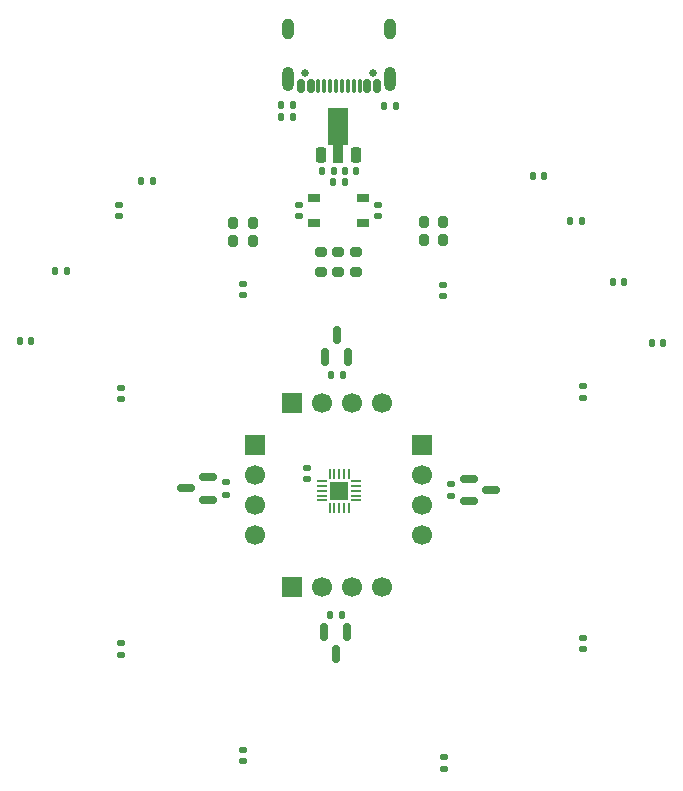
<source format=gbr>
%TF.GenerationSoftware,KiCad,Pcbnew,9.0.4*%
%TF.CreationDate,2025-12-27T15:03:28+03:00*%
%TF.ProjectId,Blinky _hristmas ball,426c696e-6b79-4202-9168-726973746d61,rev?*%
%TF.SameCoordinates,Original*%
%TF.FileFunction,Soldermask,Top*%
%TF.FilePolarity,Negative*%
%FSLAX46Y46*%
G04 Gerber Fmt 4.6, Leading zero omitted, Abs format (unit mm)*
G04 Created by KiCad (PCBNEW 9.0.4) date 2025-12-27 15:03:28*
%MOMM*%
%LPD*%
G01*
G04 APERTURE LIST*
G04 Aperture macros list*
%AMRoundRect*
0 Rectangle with rounded corners*
0 $1 Rounding radius*
0 $2 $3 $4 $5 $6 $7 $8 $9 X,Y pos of 4 corners*
0 Add a 4 corners polygon primitive as box body*
4,1,4,$2,$3,$4,$5,$6,$7,$8,$9,$2,$3,0*
0 Add four circle primitives for the rounded corners*
1,1,$1+$1,$2,$3*
1,1,$1+$1,$4,$5*
1,1,$1+$1,$6,$7*
1,1,$1+$1,$8,$9*
0 Add four rect primitives between the rounded corners*
20,1,$1+$1,$2,$3,$4,$5,0*
20,1,$1+$1,$4,$5,$6,$7,0*
20,1,$1+$1,$6,$7,$8,$9,0*
20,1,$1+$1,$8,$9,$2,$3,0*%
%AMFreePoly0*
4,1,9,3.862500,-0.866500,0.737500,-0.866500,0.737500,-0.450000,-0.737500,-0.450000,-0.737500,0.450000,0.737500,0.450000,0.737500,0.866500,3.862500,0.866500,3.862500,-0.866500,3.862500,-0.866500,$1*%
G04 Aperture macros list end*
%ADD10RoundRect,0.140000X-0.170000X0.140000X-0.170000X-0.140000X0.170000X-0.140000X0.170000X0.140000X0*%
%ADD11RoundRect,0.147500X0.172500X-0.147500X0.172500X0.147500X-0.172500X0.147500X-0.172500X-0.147500X0*%
%ADD12RoundRect,0.147500X-0.172500X0.147500X-0.172500X-0.147500X0.172500X-0.147500X0.172500X0.147500X0*%
%ADD13R,1.700000X1.700000*%
%ADD14C,1.700000*%
%ADD15RoundRect,0.135000X-0.135000X-0.185000X0.135000X-0.185000X0.135000X0.185000X-0.135000X0.185000X0*%
%ADD16RoundRect,0.140000X0.170000X-0.140000X0.170000X0.140000X-0.170000X0.140000X-0.170000X-0.140000X0*%
%ADD17RoundRect,0.147500X-0.147500X-0.172500X0.147500X-0.172500X0.147500X0.172500X-0.147500X0.172500X0*%
%ADD18RoundRect,0.200000X-0.200000X-0.275000X0.200000X-0.275000X0.200000X0.275000X-0.200000X0.275000X0*%
%ADD19RoundRect,0.150000X0.150000X-0.587500X0.150000X0.587500X-0.150000X0.587500X-0.150000X-0.587500X0*%
%ADD20RoundRect,0.140000X-0.140000X-0.170000X0.140000X-0.170000X0.140000X0.170000X-0.140000X0.170000X0*%
%ADD21RoundRect,0.135000X-0.185000X0.135000X-0.185000X-0.135000X0.185000X-0.135000X0.185000X0.135000X0*%
%ADD22RoundRect,0.200000X0.200000X0.275000X-0.200000X0.275000X-0.200000X-0.275000X0.200000X-0.275000X0*%
%ADD23RoundRect,0.150000X-0.587500X-0.150000X0.587500X-0.150000X0.587500X0.150000X-0.587500X0.150000X0*%
%ADD24RoundRect,0.140000X0.140000X0.170000X-0.140000X0.170000X-0.140000X-0.170000X0.140000X-0.170000X0*%
%ADD25RoundRect,0.135000X0.185000X-0.135000X0.185000X0.135000X-0.185000X0.135000X-0.185000X-0.135000X0*%
%ADD26RoundRect,0.200000X0.275000X-0.200000X0.275000X0.200000X-0.275000X0.200000X-0.275000X-0.200000X0*%
%ADD27RoundRect,0.135000X0.135000X0.185000X-0.135000X0.185000X-0.135000X-0.185000X0.135000X-0.185000X0*%
%ADD28R,1.050000X0.650000*%
%ADD29RoundRect,0.150000X-0.150000X0.587500X-0.150000X-0.587500X0.150000X-0.587500X0.150000X0.587500X0*%
%ADD30RoundRect,0.050000X-0.050000X0.375000X-0.050000X-0.375000X0.050000X-0.375000X0.050000X0.375000X0*%
%ADD31RoundRect,0.050000X-0.375000X0.050000X-0.375000X-0.050000X0.375000X-0.050000X0.375000X0.050000X0*%
%ADD32R,1.650000X1.650000*%
%ADD33RoundRect,0.150000X0.587500X0.150000X-0.587500X0.150000X-0.587500X-0.150000X0.587500X-0.150000X0*%
%ADD34RoundRect,0.225000X0.225000X-0.425000X0.225000X0.425000X-0.225000X0.425000X-0.225000X-0.425000X0*%
%ADD35FreePoly0,90.000000*%
%ADD36C,0.650000*%
%ADD37RoundRect,0.150000X0.150000X0.425000X-0.150000X0.425000X-0.150000X-0.425000X0.150000X-0.425000X0*%
%ADD38RoundRect,0.075000X0.075000X0.500000X-0.075000X0.500000X-0.075000X-0.500000X0.075000X-0.500000X0*%
%ADD39O,1.000000X2.100000*%
%ADD40O,1.000000X1.800000*%
G04 APERTURE END LIST*
D10*
%TO.C,C6*%
X93300000Y-84070000D03*
X93300000Y-85030000D03*
%TD*%
D11*
%TO.C,D6*%
X116650000Y-78135000D03*
X116650000Y-77165000D03*
%TD*%
D12*
%TO.C,D2*%
X104850000Y-108565000D03*
X104850000Y-109535000D03*
%TD*%
%TO.C,D4*%
X77500000Y-98900000D03*
X77500000Y-99870000D03*
%TD*%
D13*
%TO.C,X4*%
X88900000Y-82090000D03*
D14*
X88900000Y-84630000D03*
X88900000Y-87170000D03*
X88900000Y-89710000D03*
%TD*%
D15*
%TO.C,R9*%
X95290000Y-76200000D03*
X96310000Y-76200000D03*
%TD*%
D16*
%TO.C,C5*%
X92600000Y-62780000D03*
X92600000Y-61820000D03*
%TD*%
D17*
%TO.C,D15*%
X68965000Y-73350000D03*
X69935000Y-73350000D03*
%TD*%
D18*
%TO.C,R10*%
X103175000Y-63250000D03*
X104825000Y-63250000D03*
%TD*%
D19*
%TO.C,Q2*%
X94850000Y-74687500D03*
X96750000Y-74687500D03*
X95800000Y-72812500D03*
%TD*%
D20*
%TO.C,C4*%
X95520000Y-59900000D03*
X96480000Y-59900000D03*
%TD*%
D21*
%TO.C,R11*%
X105462500Y-85427500D03*
X105462500Y-86447500D03*
%TD*%
D13*
%TO.C,X5*%
X91990000Y-78550000D03*
D14*
X94530000Y-78550000D03*
X97070000Y-78550000D03*
X99610000Y-78550000D03*
%TD*%
D22*
%TO.C,R6*%
X88675000Y-64850000D03*
X87025000Y-64850000D03*
%TD*%
D23*
%TO.C,Q3*%
X107012500Y-84987500D03*
X107012500Y-86887500D03*
X108887500Y-85937500D03*
%TD*%
D11*
%TO.C,D8*%
X87850000Y-69467500D03*
X87850000Y-68497500D03*
%TD*%
D17*
%TO.C,D11*%
X119182500Y-68300000D03*
X120152500Y-68300000D03*
%TD*%
D24*
%TO.C,C2*%
X92080000Y-53350000D03*
X91120000Y-53350000D03*
%TD*%
D17*
%TO.C,D16*%
X79265000Y-59800000D03*
X80235000Y-59800000D03*
%TD*%
D25*
%TO.C,R13*%
X86437500Y-86322500D03*
X86437500Y-85302500D03*
%TD*%
D17*
%TO.C,D9*%
X112415000Y-59350000D03*
X113385000Y-59350000D03*
%TD*%
D13*
%TO.C,X3*%
X91990000Y-94150000D03*
D14*
X94530000Y-94150000D03*
X97070000Y-94150000D03*
X99610000Y-94150000D03*
%TD*%
D24*
%TO.C,C3*%
X95530000Y-58950000D03*
X94570000Y-58950000D03*
%TD*%
D26*
%TO.C,R5*%
X94450000Y-67475000D03*
X94450000Y-65825000D03*
%TD*%
D27*
%TO.C,R1*%
X100860000Y-53400000D03*
X99840000Y-53400000D03*
%TD*%
D22*
%TO.C,R12*%
X88675000Y-63350000D03*
X87025000Y-63350000D03*
%TD*%
D12*
%TO.C,D13*%
X77400000Y-61782500D03*
X77400000Y-62752500D03*
%TD*%
D28*
%TO.C,SW1*%
X93875000Y-61225000D03*
X98025000Y-61225000D03*
X93875000Y-63375000D03*
X98025000Y-63375000D03*
%TD*%
D27*
%TO.C,R2*%
X92110000Y-54400000D03*
X91090000Y-54400000D03*
%TD*%
D13*
%TO.C,X2*%
X103000000Y-82090000D03*
D14*
X103000000Y-84630000D03*
X103000000Y-87170000D03*
X103000000Y-89710000D03*
%TD*%
D17*
%TO.C,D12*%
X122465000Y-73500000D03*
X123435000Y-73500000D03*
%TD*%
D29*
%TO.C,Q1*%
X96662500Y-97962500D03*
X94762500Y-97962500D03*
X95712500Y-99837500D03*
%TD*%
D17*
%TO.C,D14*%
X71982500Y-67400000D03*
X72952500Y-67400000D03*
%TD*%
D30*
%TO.C,DD1*%
X96810000Y-84560000D03*
X96410000Y-84560000D03*
X96010000Y-84560000D03*
X95610000Y-84560000D03*
X95210000Y-84560000D03*
D31*
X94560000Y-85210000D03*
X94560000Y-85610000D03*
X94560000Y-86010000D03*
X94560000Y-86410000D03*
X94560000Y-86810000D03*
D30*
X95210000Y-87460000D03*
X95610000Y-87460000D03*
X96010000Y-87460000D03*
X96410000Y-87460000D03*
X96810000Y-87460000D03*
D31*
X97460000Y-86810000D03*
X97460000Y-86410000D03*
X97460000Y-86010000D03*
X97460000Y-85610000D03*
X97460000Y-85210000D03*
D32*
X96010000Y-86010000D03*
%TD*%
D26*
%TO.C,R3*%
X97450000Y-67475000D03*
X97450000Y-65825000D03*
%TD*%
D11*
%TO.C,D5*%
X104800000Y-69517500D03*
X104800000Y-68547500D03*
%TD*%
D33*
%TO.C,Q4*%
X84937500Y-86762500D03*
X84937500Y-84862500D03*
X83062500Y-85812500D03*
%TD*%
D17*
%TO.C,D10*%
X115582500Y-63200000D03*
X116552500Y-63200000D03*
%TD*%
D18*
%TO.C,R8*%
X103175000Y-64750000D03*
X104825000Y-64750000D03*
%TD*%
D10*
%TO.C,C7*%
X99300000Y-61820000D03*
X99300000Y-62780000D03*
%TD*%
D12*
%TO.C,D1*%
X116650000Y-98430000D03*
X116650000Y-99400000D03*
%TD*%
D34*
%TO.C,U1*%
X94450000Y-57550000D03*
D35*
X95950000Y-57462500D03*
D34*
X97450000Y-57550000D03*
%TD*%
D11*
%TO.C,D7*%
X77500000Y-78270000D03*
X77500000Y-77300000D03*
%TD*%
D24*
%TO.C,C1*%
X97430000Y-58950000D03*
X96470000Y-58950000D03*
%TD*%
D27*
%TO.C,R7*%
X96222500Y-96487500D03*
X95202500Y-96487500D03*
%TD*%
D36*
%TO.C,X1*%
X98890000Y-50630000D03*
X93110000Y-50630000D03*
D37*
X99200000Y-51705000D03*
X98400000Y-51705000D03*
D38*
X97250000Y-51705000D03*
X96250000Y-51705000D03*
X95750000Y-51705000D03*
X94750000Y-51705000D03*
D37*
X93600000Y-51705000D03*
X92800000Y-51705000D03*
X92800000Y-51705000D03*
X93600000Y-51705000D03*
D38*
X94250000Y-51705000D03*
X95250000Y-51705000D03*
X96750000Y-51705000D03*
X97750000Y-51705000D03*
D37*
X98400000Y-51705000D03*
X99200000Y-51705000D03*
D39*
X100320000Y-51130000D03*
D40*
X100320000Y-46950000D03*
D39*
X91680000Y-51130000D03*
D40*
X91680000Y-46950000D03*
%TD*%
D26*
%TO.C,R4*%
X95950000Y-67475000D03*
X95950000Y-65825000D03*
%TD*%
D12*
%TO.C,D3*%
X87850000Y-107930000D03*
X87850000Y-108900000D03*
%TD*%
M02*

</source>
